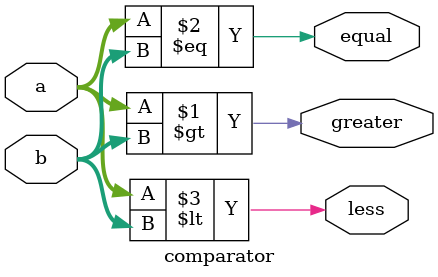
<source format=v>
module comparator(
    input [7:0] a,
    input [7:0] b,
    output greater,
    output equal,
    output less
);
    assign greater = (a > b);
    assign equal = (a == b);
    assign less = (a < b);
endmodule
</source>
